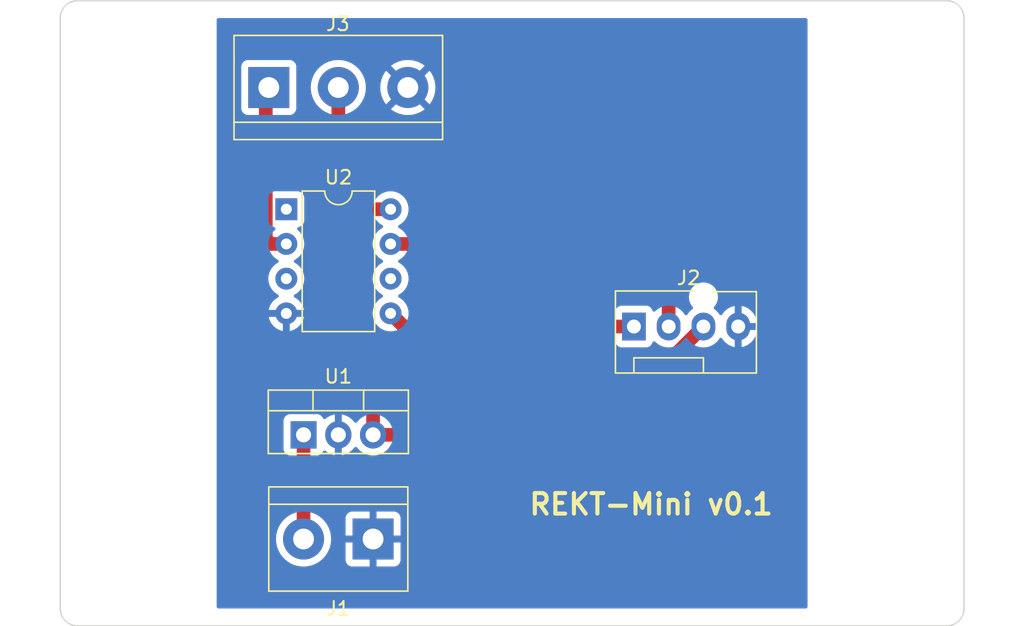
<source format=kicad_pcb>
(kicad_pcb (version 20211014) (generator pcbnew)
  (layers (0 "F.Cu" signal) (31 "B.Cu" signal) (34 "B.Paste" user) (35 "F.Paste" user) (36 "B.SilkS" user "B.Silkscreen") (37 "F.SilkS" user "F.Silkscreen") (38 "B.Mask" user) (39 "F.Mask" user) (44 "Edge.Cuts" user))
  (net 0 "")
  (net 1 "GND")
  (net 2 "+9V")
  (net 3 "Net-(J2-Pad1)")
  (net 4 "Net-(J2-Pad2)")
  (net 5 "Net-(J2-Pad3)")
  (net 6 "Net-(J3-Pad1)")
  (footprint "Package_DIP:DIP-8_W7.62mm" (layer "F.Cu") (at 148.6 69.86)
    (fp_text reference "U2" (at 3.81 -2.33) (layer "F.SilkS"))
    (fp_text value "ATtiny85V-10P")
    (fp_line (start 1.16 8.95) (end 6.46 8.95) (layer "F.SilkS") (width 0.12))
    (fp_line (start 6.46 8.95) (end 6.46 -1.33) (layer "F.SilkS") (width 0.12))
    (fp_line (start 1.16 -1.33) (end 1.16 8.95) (layer "F.SilkS") (width 0.12))
    (fp_line (start 6.46 -1.33) (end 4.81 -1.33) (layer "F.SilkS") (width 0.12))
    (fp_line (start 2.81 -1.33) (end 1.16 -1.33) (layer "F.SilkS") (width 0.12))
    (fp_arc (start 4.81 -1.33) (mid 3.81 -0.33) (end 2.81 -1.33) (layer "F.SilkS") (width 0.12))
    (pad "1" thru_hole rect (at 0 0) (size 1.6 1.6) (drill 0.8) (layers *.Cu *.Mask))
    (pad "2" thru_hole oval (at 0 2.54) (size 1.6 1.6) (drill 0.8) (layers *.Cu *.Mask) (net 6 "Net-(J3-Pad1)"))
    (pad "3" thru_hole oval (at 0 5.08) (size 1.6 1.6) (drill 0.8) (layers *.Cu *.Mask))
    (pad "4" thru_hole oval (at 0 7.62) (size 1.6 1.6) (drill 0.8) (layers *.Cu *.Mask) (net 1 "GND"))
    (pad "5" thru_hole oval (at 7.62 7.62) (size 1.6 1.6) (drill 0.8) (layers *.Cu *.Mask) (net 3 "Net-(J2-Pad1)"))
    (pad "6" thru_hole oval (at 7.62 5.08) (size 1.6 1.6) (drill 0.8) (layers *.Cu *.Mask))
    (pad "7" thru_hole oval (at 7.62 2.54) (size 1.6 1.6) (drill 0.8) (layers *.Cu *.Mask) (net 4 "Net-(J2-Pad2)"))
    (pad "8" thru_hole oval (at 7.62 0) (size 1.6 1.6) (drill 0.8) (layers *.Cu *.Mask) (net 5 "Net-(J2-Pad3)"))
  )
  (footprint "MountingHole:MountingHole_3.2mm_M3" (layer "F.Cu") (at 137.16 93.98)
    (fp_text reference "REF**" hide)
    (fp_text value "MountingHole_3.2mm_M3")
    (pad "" np_thru_hole circle (at 0 0) (size 3.2 3.2) (drill 3.2) (layers *.Cu *.Mask))
  )
  (footprint "TerminalBlock:TerminalBlock_bornier-2_P5.08mm" (layer "F.Cu") (at 154.94 93.98 180)
    (fp_text reference "J1" (at 2.54 -5.08) (layer "F.SilkS"))
    (fp_text value " ")
    (fp_line (start 7.62 3.81) (end 7.62 -3.81) (layer "F.SilkS") (width 0.12))
    (fp_line (start -2.54 3.81) (end 7.62 3.81) (layer "F.SilkS") (width 0.12))
    (fp_line (start 7.62 -3.81) (end -2.54 -3.81) (layer "F.SilkS") (width 0.12))
    (fp_line (start -2.54 -3.81) (end -2.54 3.81) (layer "F.SilkS") (width 0.12))
    (fp_line (start 7.62 2.54) (end -2.54 2.54) (layer "F.SilkS") (width 0.12))
    (pad "1" thru_hole rect (at 0 0 180) (size 3 3) (drill 1.52) (layers *.Cu *.Mask) (net 1 "GND"))
    (pad "2" thru_hole circle (at 5.08 0 180) (size 3 3) (drill 1.52) (layers *.Cu *.Mask) (net 2 "+9V"))
  )
  (footprint "MountingHole:MountingHole_3.2mm_M3" (layer "F.Cu") (at 193.04 93.98)
    (fp_text reference "REF**" hide)
    (fp_text value "MountingHole_3.2mm_M3")
    (pad "" np_thru_hole circle (at 0 0) (size 3.2 3.2) (drill 3.2) (layers F&B.Cu *.Mask))
  )
  (footprint "MountingHole:MountingHole_3.2mm_M3" (layer "F.Cu") (at 137.16 60.96)
    (fp_text reference "REF**" hide)
    (fp_text value "MountingHole_3.2mm_M3")
    (pad "" np_thru_hole circle (at 0 0) (size 3.2 3.2) (drill 3.2) (layers F&B.Cu *.Mask))
  )
  (footprint "TerminalBlock:TerminalBlock_bornier-3_P5.08mm" (layer "F.Cu") (at 147.32 60.96)
    (fp_text reference "J3" (at 5.05 -4.65) (layer "F.SilkS"))
    (fp_text value "Sensor")
    (fp_line (start -2.54 -3.81) (end 12.7 -3.81) (layer "F.SilkS") (width 0.12))
    (fp_line (start -2.54 2.54) (end 12.7 2.54) (layer "F.SilkS") (width 0.12))
    (fp_line (start -2.54 3.81) (end -2.54 -3.81) (layer "F.SilkS") (width 0.12))
    (fp_line (start 12.7 3.81) (end 12.7 -3.81) (layer "F.SilkS") (width 0.12))
    (fp_line (start -2.54 3.81) (end 12.7 3.81) (layer "F.SilkS") (width 0.12))
    (pad "1" thru_hole rect (at 0 0) (size 3 3) (drill 1.52) (layers *.Cu *.Mask) (net 6 "Net-(J3-Pad1)"))
    (pad "2" thru_hole circle (at 5.08 0) (size 3 3) (drill 1.52) (layers *.Cu *.Mask) (net 5 "Net-(J2-Pad3)"))
    (pad "3" thru_hole circle (at 10.16 0) (size 3 3) (drill 1.52) (layers *.Cu *.Mask) (net 1 "GND"))
  )
  (footprint "Connector:FanPinHeader_1x04_P2.54mm_Vertical" (layer "F.Cu") (at 174 78.44)
    (fp_text reference "J2" (at 4 -3.55) (layer "F.SilkS"))
    (fp_text value "OLED DISPLAY")
    (fp_line (start 8.95 -2.55) (end 8.95 3.4) (layer "F.SilkS") (width 0.12))
    (fp_line (start 0 2.29) (end 5.08 2.29) (layer "F.SilkS") (width 0.12))
    (fp_line (start -1.35 -2.6) (end 4.4 -2.6) (layer "F.SilkS") (width 0.12))
    (fp_line (start 0 3.3) (end 0 2.29) (layer "F.SilkS") (width 0.12))
    (fp_line (start 5.08 2.29) (end 5.08 3.3) (layer "F.SilkS") (width 0.12))
    (fp_line (start 5.75 -2.55) (end 8.95 -2.55) (layer "F.SilkS") (width 0.12))
    (fp_line (start 8.95 3.4) (end -1.35 3.4) (layer "F.SilkS") (width 0.12))
    (fp_line (start -1.35 3.4) (end -1.35 -2.6) (layer "F.SilkS") (width 0.12))
    (pad "" np_thru_hole circle (at 5.08 -2.16 90) (size 1.1 1.1) (drill 1.1) (layers *.Cu *.Mask))
    (pad "1" thru_hole rect (at 0 0 90) (size 2.03 1.73) (drill 1.02) (layers *.Cu *.Mask) (net 3 "Net-(J2-Pad1)"))
    (pad "2" thru_hole oval (at 2.54 0 90) (size 2.03 1.73) (drill 1.02) (layers *.Cu *.Mask) (net 4 "Net-(J2-Pad2)"))
    (pad "3" thru_hole oval (at 5.08 0 90) (size 2.03 1.73) (drill 1.02) (layers *.Cu *.Mask) (net 5 "Net-(J2-Pad3)"))
    (pad "4" thru_hole oval (at 7.62 0 90) (size 2.03 1.73) (drill 1.02) (layers *.Cu *.Mask) (net 1 "GND"))
  )
  (footprint "MountingHole:MountingHole_3.2mm_M3" (layer "F.Cu") (at 193.04 60.96)
    (fp_text reference "REF**" hide)
    (fp_text value "MountingHole_3.2mm_M3")
    (pad "" np_thru_hole circle (at 0 0) (size 3.2 3.2) (drill 3.2) (layers F&B.Cu *.Mask))
  )
  (footprint "Package_TO_SOT_THT:TO-220-3_Vertical" (layer "F.Cu") (at 149.86 86.36)
    (fp_text reference "U1" (at 2.54 -4.27) (layer "F.SilkS"))
    (fp_text value "LM7805_TO220")
    (fp_line (start 0.69 -3.27) (end 0.69 -1.76) (layer "F.SilkS") (width 0.12))
    (fp_line (start 7.66 -3.27) (end 7.66 1.371) (layer "F.SilkS") (width 0.12))
    (fp_line (start -2.58 -1.76) (end 7.66 -1.76) (layer "F.SilkS") (width 0.12))
    (fp_line (start -2.58 -3.27) (end 7.66 -3.27) (layer "F.SilkS") (width 0.12))
    (fp_line (start -2.58 1.371) (end 7.66 1.371) (layer "F.SilkS") (width 0.12))
    (fp_line (start -2.58 -3.27) (end -2.58 1.371) (layer "F.SilkS") (width 0.12))
    (fp_line (start 4.391 -3.27) (end 4.391 -1.76) (layer "F.SilkS") (width 0.12))
    (pad "1" thru_hole rect (at 0 0) (size 1.905 2) (drill 1.1) (layers *.Cu *.Mask) (net 2 "+9V"))
    (pad "2" thru_hole oval (at 2.54 0) (size 1.905 2) (drill 1.1) (layers *.Cu *.Mask) (net 1 "GND"))
    (pad "3" thru_hole oval (at 5.08 0) (size 1.905 2) (drill 1.1) (layers *.Cu *.Mask) (net 5 "Net-(J2-Pad3)"))
  )
  (gr_line (start 132.08 55.88) (end 132.08 99.06) (layer "Edge.Cuts") (width 0.1))
  (gr_arc (start 133.35 100.33) (mid 132.451974 99.958026) (end 132.08 99.06) (layer "Edge.Cuts") (width 0.1))
  (gr_line (start 133.35 54.61) (end 196.85 54.61) (layer "Edge.Cuts") (width 0.1))
  (gr_line (start 133.35 100.33) (end 196.85 100.33) (layer "Edge.Cuts") (width 0.1))
  (gr_arc (start 132.08 55.88) (mid 132.451974 54.981974) (end 133.35 54.61) (layer "Edge.Cuts") (width 0.1))
  (gr_arc (start 198.12 99.06) (mid 197.748026 99.958026) (end 196.85 100.33) (layer "Edge.Cuts") (width 0.1))
  (gr_arc (start 196.85 54.61) (mid 197.748026 54.981974) (end 198.12 55.88) (layer "Edge.Cuts") (width 0.1))
  (gr_line (start 198.12 99.06) (end 198.12 55.88) (layer "Edge.Cuts") (width 0.1))
  (gr_text "REKT-Mini v0.1" (at 175.26 91.44) (layer "F.SilkS") (effects (font (size 1.5 1.5) (thickness 0.3))))
  (segment (start 149.86 93.98) (end 149.86 86.36) (width 1) (layer "F.Cu") (net 2))
  (segment (start 157.18 78.44) (end 156.22 77.48) (width 1) (layer "F.Cu") (net 3))
  (segment (start 174 78.44) (end 157.18 78.44) (width 1) (layer "F.Cu") (net 3))
  (segment (start 172.215 72.4) (end 176.54 76.725) (width 1) (layer "F.Cu") (net 4))
  (segment (start 176.54 76.725) (end 176.54 78.44) (width 1) (layer "F.Cu") (net 4))
  (segment (start 156.22 72.4) (end 172.215 72.4) (width 1) (layer "F.Cu") (net 4))
  (segment (start 152.4 60.96) (end 152.4 69.85) (width 1) (layer "F.Cu") (net 5))
  (segment (start 153.67 71.12) (end 154.93 69.86) (width 1) (layer "F.Cu") (net 5))
  (segment (start 152.4 69.85) (end 153.67 71.12) (width 1) (layer "F.Cu") (net 5))
  (segment (start 154.94 80.01) (end 153.67 78.74) (width 1) (layer "F.Cu") (net 5))
  (segment (start 153.67 78.74) (end 153.67 71.12) (width 1) (layer "F.Cu") (net 5))
  (segment (start 154.94 86.36) (end 171.16 86.36) (width 1) (layer "F.Cu") (net 5))
  (segment (start 171.16 86.36) (end 179.08 78.44) (width 1) (layer "F.Cu") (net 5))
  (segment (start 154.94 86.36) (end 154.94 80.01) (width 1) (layer "F.Cu") (net 5))
  (segment (start 154.93 69.86) (end 156.22 69.86) (width 1) (layer "F.Cu") (net 5))
  (segment (start 147.1 61.18) (end 147.32 60.96) (width 1) (layer "F.Cu") (net 6))
  (segment (start 148.6 72.4) (end 147.46863 72.4) (width 1) (layer "F.Cu") (net 6))
  (segment (start 147.46863 72.4) (end 147.1 72.03137) (width 1) (layer "F.Cu") (net 6))
  (segment (start 147.1 72.03137) (end 147.1 61.18) (width 1) (layer "F.Cu") (net 6))
  (zone (net 1) (net_name "GND") (layer "B.Cu") (connect_pads (clearance 0.508)) (min_thickness 0.254) (fill yes (thermal_gap 0.508) (thermal_bridge_width 0.508))
    (polygon (pts (xy 186.69 99.06) (xy 143.51 99.06) (xy 143.51 55.88) (xy 186.69 55.88)))
  )
)
</source>
